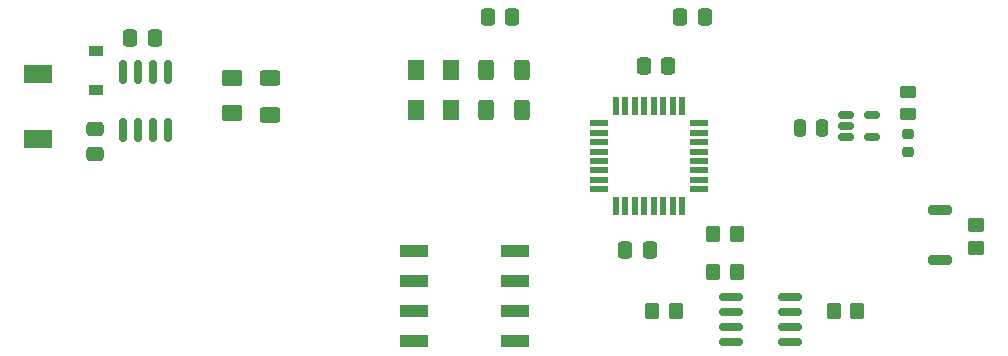
<source format=gbr>
%TF.GenerationSoftware,KiCad,Pcbnew,(6.0.11)*%
%TF.CreationDate,2023-02-12T20:14:36+01:00*%
%TF.ProjectId,DMX_PWM_LED_Driver,444d585f-5057-44d5-9f4c-45445f447269,rev?*%
%TF.SameCoordinates,Original*%
%TF.FileFunction,Paste,Top*%
%TF.FilePolarity,Positive*%
%FSLAX46Y46*%
G04 Gerber Fmt 4.6, Leading zero omitted, Abs format (unit mm)*
G04 Created by KiCad (PCBNEW (6.0.11)) date 2023-02-12 20:14:36*
%MOMM*%
%LPD*%
G01*
G04 APERTURE LIST*
G04 Aperture macros list*
%AMRoundRect*
0 Rectangle with rounded corners*
0 $1 Rounding radius*
0 $2 $3 $4 $5 $6 $7 $8 $9 X,Y pos of 4 corners*
0 Add a 4 corners polygon primitive as box body*
4,1,4,$2,$3,$4,$5,$6,$7,$8,$9,$2,$3,0*
0 Add four circle primitives for the rounded corners*
1,1,$1+$1,$2,$3*
1,1,$1+$1,$4,$5*
1,1,$1+$1,$6,$7*
1,1,$1+$1,$8,$9*
0 Add four rect primitives between the rounded corners*
20,1,$1+$1,$2,$3,$4,$5,0*
20,1,$1+$1,$4,$5,$6,$7,0*
20,1,$1+$1,$6,$7,$8,$9,0*
20,1,$1+$1,$8,$9,$2,$3,0*%
G04 Aperture macros list end*
%ADD10RoundRect,0.249999X0.450001X-0.350001X0.450001X0.350001X-0.450001X0.350001X-0.450001X-0.350001X0*%
%ADD11RoundRect,0.200000X-0.800000X0.200000X-0.800000X-0.200000X0.800000X-0.200000X0.800000X0.200000X0*%
%ADD12R,0.550000X1.600000*%
%ADD13R,1.600000X0.550000*%
%ADD14RoundRect,0.150000X-0.825000X-0.150000X0.825000X-0.150000X0.825000X0.150000X-0.825000X0.150000X0*%
%ADD15RoundRect,0.249999X0.350001X0.450001X-0.350001X0.450001X-0.350001X-0.450001X0.350001X-0.450001X0*%
%ADD16RoundRect,0.249999X-0.350001X-0.450001X0.350001X-0.450001X0.350001X0.450001X-0.350001X0.450001X0*%
%ADD17RoundRect,0.250000X0.337500X0.475000X-0.337500X0.475000X-0.337500X-0.475000X0.337500X-0.475000X0*%
%ADD18RoundRect,0.250000X-0.625000X0.400000X-0.625000X-0.400000X0.625000X-0.400000X0.625000X0.400000X0*%
%ADD19R,2.440000X1.120000*%
%ADD20RoundRect,0.250000X-0.462500X-0.625000X0.462500X-0.625000X0.462500X0.625000X-0.462500X0.625000X0*%
%ADD21RoundRect,0.250000X-0.400000X-0.625000X0.400000X-0.625000X0.400000X0.625000X-0.400000X0.625000X0*%
%ADD22RoundRect,0.250000X-0.475000X0.337500X-0.475000X-0.337500X0.475000X-0.337500X0.475000X0.337500X0*%
%ADD23R,1.200000X0.900000*%
%ADD24R,2.400000X1.500000*%
%ADD25RoundRect,0.150000X0.150000X-0.825000X0.150000X0.825000X-0.150000X0.825000X-0.150000X-0.825000X0*%
%ADD26RoundRect,0.250000X-0.337500X-0.475000X0.337500X-0.475000X0.337500X0.475000X-0.337500X0.475000X0*%
%ADD27RoundRect,0.250000X0.625000X-0.462500X0.625000X0.462500X-0.625000X0.462500X-0.625000X-0.462500X0*%
%ADD28RoundRect,0.225000X-0.250000X0.225000X-0.250000X-0.225000X0.250000X-0.225000X0.250000X0.225000X0*%
%ADD29RoundRect,0.250000X0.450000X-0.262500X0.450000X0.262500X-0.450000X0.262500X-0.450000X-0.262500X0*%
%ADD30RoundRect,0.150000X-0.512500X-0.150000X0.512500X-0.150000X0.512500X0.150000X-0.512500X0.150000X0*%
%ADD31RoundRect,0.250000X0.250000X0.475000X-0.250000X0.475000X-0.250000X-0.475000X0.250000X-0.475000X0*%
G04 APERTURE END LIST*
D10*
%TO.C,R3*%
X103010000Y-53371000D03*
X103010000Y-51371000D03*
%TD*%
D11*
%TO.C,SW1*%
X99960000Y-50171000D03*
X99960000Y-54371000D03*
%TD*%
D12*
%TO.C,U3*%
X78120000Y-41330000D03*
X77320000Y-41330000D03*
X76520000Y-41330000D03*
X75720000Y-41330000D03*
X74920000Y-41330000D03*
X74120000Y-41330000D03*
X73320000Y-41330000D03*
X72520000Y-41330000D03*
D13*
X71070000Y-42780000D03*
X71070000Y-43580000D03*
X71070000Y-44380000D03*
X71070000Y-45180000D03*
X71070000Y-45980000D03*
X71070000Y-46780000D03*
X71070000Y-47580000D03*
X71070000Y-48380000D03*
D12*
X72520000Y-49830000D03*
X73320000Y-49830000D03*
X74120000Y-49830000D03*
X74920000Y-49830000D03*
X75720000Y-49830000D03*
X76520000Y-49830000D03*
X77320000Y-49830000D03*
X78120000Y-49830000D03*
D13*
X79570000Y-48380000D03*
X79570000Y-47580000D03*
X79570000Y-46780000D03*
X79570000Y-45980000D03*
X79570000Y-45180000D03*
X79570000Y-44380000D03*
X79570000Y-43580000D03*
X79570000Y-42780000D03*
%TD*%
D14*
%TO.C,U2*%
X82280000Y-57460000D03*
X82280000Y-58730000D03*
X82280000Y-60000000D03*
X82280000Y-61270000D03*
X87230000Y-61270000D03*
X87230000Y-60000000D03*
X87230000Y-58730000D03*
X87230000Y-57460000D03*
%TD*%
D15*
%TO.C,R1*%
X77581000Y-58674000D03*
X75581000Y-58674000D03*
%TD*%
D16*
%TO.C,R5*%
X90940000Y-58710000D03*
X92940000Y-58710000D03*
%TD*%
%TO.C,R4*%
X80772000Y-55372000D03*
X82772000Y-55372000D03*
%TD*%
D17*
%TO.C,C1*%
X76935000Y-37970000D03*
X74860000Y-37970000D03*
%TD*%
D18*
%TO.C,R9*%
X43230800Y-38963600D03*
X43230800Y-42063600D03*
%TD*%
D19*
%TO.C,SW2*%
X55385000Y-53594000D03*
X55385000Y-56134000D03*
X55385000Y-58674000D03*
X55385000Y-61214000D03*
X63995000Y-61214000D03*
X63995000Y-58674000D03*
X63995000Y-56134000D03*
X63995000Y-53594000D03*
%TD*%
D20*
%TO.C,D2*%
X55612500Y-38300000D03*
X58587500Y-38300000D03*
%TD*%
%TO.C,D3*%
X55612500Y-41690000D03*
X58587500Y-41690000D03*
%TD*%
D21*
%TO.C,R7*%
X61495000Y-38300000D03*
X64595000Y-38300000D03*
%TD*%
%TO.C,R8*%
X61495000Y-41700000D03*
X64595000Y-41700000D03*
%TD*%
D17*
%TO.C,C11*%
X33447900Y-35560000D03*
X31372900Y-35560000D03*
%TD*%
D22*
%TO.C,C13*%
X28448000Y-43289400D03*
X28448000Y-45364400D03*
%TD*%
D23*
%TO.C,D6*%
X28498800Y-36677600D03*
X28498800Y-39977600D03*
%TD*%
D24*
%TO.C,L3*%
X23596600Y-38613900D03*
X23596600Y-44113900D03*
%TD*%
D25*
%TO.C,U4*%
X30759400Y-43369000D03*
X32029400Y-43369000D03*
X33299400Y-43369000D03*
X34569400Y-43369000D03*
X34569400Y-38419000D03*
X33299400Y-38419000D03*
X32029400Y-38419000D03*
X30759400Y-38419000D03*
%TD*%
D16*
%TO.C,R6*%
X80772000Y-52197000D03*
X82772000Y-52197000D03*
%TD*%
D26*
%TO.C,C3*%
X77978000Y-33782000D03*
X80053000Y-33782000D03*
%TD*%
%TO.C,C4*%
X61679000Y-33782000D03*
X63754000Y-33782000D03*
%TD*%
%TO.C,C5*%
X73312500Y-53500000D03*
X75387500Y-53500000D03*
%TD*%
D27*
%TO.C,D4*%
X40030400Y-41938600D03*
X40030400Y-38963600D03*
%TD*%
D28*
%TO.C,C10*%
X97282000Y-43675000D03*
X97282000Y-45225000D03*
%TD*%
D29*
%TO.C,R2*%
X97282000Y-42004500D03*
X97282000Y-40179500D03*
%TD*%
D30*
%TO.C,U1*%
X91953500Y-42047000D03*
X91953500Y-42997000D03*
X91953500Y-43947000D03*
X94228500Y-43947000D03*
X94228500Y-42047000D03*
%TD*%
D31*
%TO.C,C2*%
X89977000Y-43180000D03*
X88077000Y-43180000D03*
%TD*%
M02*

</source>
